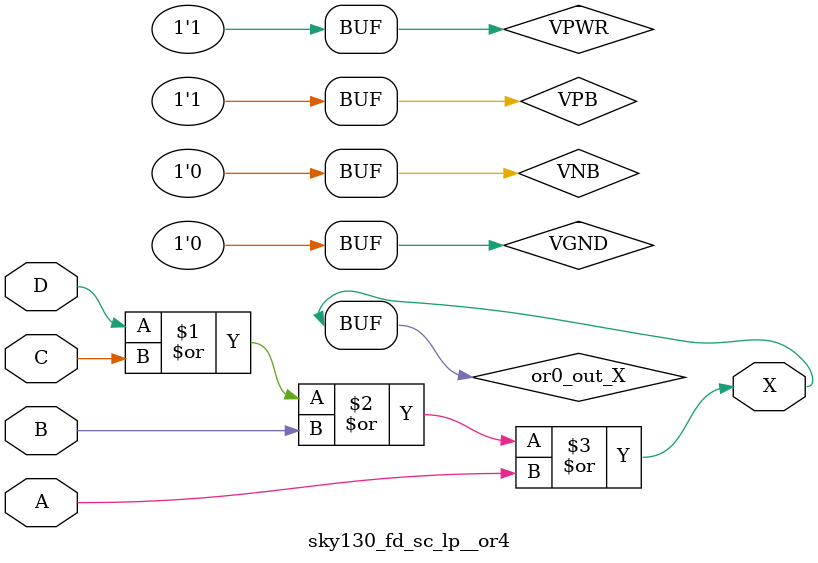
<source format=v>
/*
 * Copyright 2020 The SkyWater PDK Authors
 *
 * Licensed under the Apache License, Version 2.0 (the "License");
 * you may not use this file except in compliance with the License.
 * You may obtain a copy of the License at
 *
 *     https://www.apache.org/licenses/LICENSE-2.0
 *
 * Unless required by applicable law or agreed to in writing, software
 * distributed under the License is distributed on an "AS IS" BASIS,
 * WITHOUT WARRANTIES OR CONDITIONS OF ANY KIND, either express or implied.
 * See the License for the specific language governing permissions and
 * limitations under the License.
 *
 * SPDX-License-Identifier: Apache-2.0
*/


`ifndef SKY130_FD_SC_LP__OR4_TIMING_V
`define SKY130_FD_SC_LP__OR4_TIMING_V

/**
 * or4: 4-input OR.
 *
 * Verilog simulation timing model.
 */

`timescale 1ns / 1ps
`default_nettype none

`celldefine
module sky130_fd_sc_lp__or4 (
    X,
    A,
    B,
    C,
    D
);

    // Module ports
    output X;
    input  A;
    input  B;
    input  C;
    input  D;

    // Module supplies
    supply1 VPWR;
    supply0 VGND;
    supply1 VPB ;
    supply0 VNB ;

    // Local signals
    wire or0_out_X;

    //  Name  Output     Other arguments
    or  or0  (or0_out_X, D, C, B, A     );
    buf buf0 (X        , or0_out_X      );

endmodule
`endcelldefine

`default_nettype wire
`endif  // SKY130_FD_SC_LP__OR4_TIMING_V

</source>
